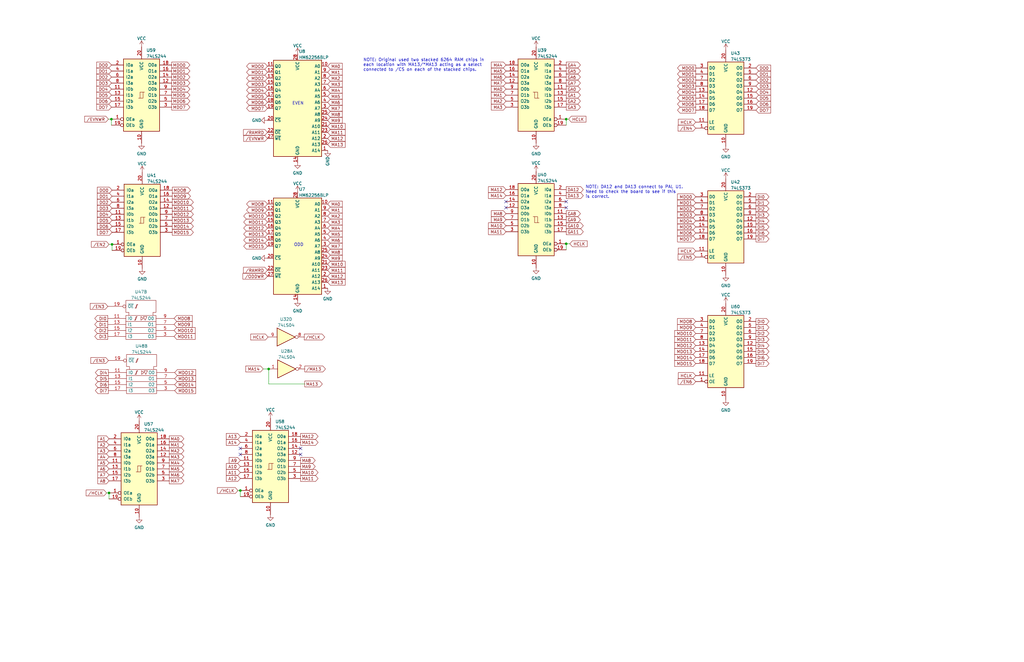
<source format=kicad_sch>
(kicad_sch (version 20211123) (generator eeschema)
  (paper "B")
  (title_block (title "Lomas Color Magic Redux") (date "2024-02-15") (rev "1.1-001") (company "Lomas Data Produtcs") (comment 1 "Redraw/modifications (c) Richard A. Cini") (comment 2 "Schematic page 1A"))
  (lib_symbols
    (symbol "74xx:74LS04"
      (property "Reference" "U" (at 0 1.27 0))
      (property "Value" "74LS04" (at 0 -1.27 0))
      (symbol "74LS04_1_0"
        (polyline (pts (xy -3.81 3.81) (xy -3.81 -3.81) (xy 3.81 0) (xy -3.81 3.81)) (stroke (width 0.254)) (fill (type background)))
        (pin input line (at -7.62 0 0) (length 3.81) (name "~") (number "1"))
        (pin output inverted (at 7.62 0 180) (length 3.81) (name "~") (number "2"))
      )
      (symbol "74LS04_2_0"
        (polyline (pts (xy -3.81 3.81) (xy -3.81 -3.81) (xy 3.81 0) (xy -3.81 3.81)) (stroke (width 0.254)) (fill (type background)))
        (pin input line (at -7.62 0 0) (length 3.81) (name "~") (number "3"))
        (pin output inverted (at 7.62 0 180) (length 3.81) (name "~") (number "4"))
      )
      (symbol "74LS04_3_0"
        (polyline (pts (xy -3.81 3.81) (xy -3.81 -3.81) (xy 3.81 0) (xy -3.81 3.81)) (stroke (width 0.254)) (fill (type background)))
        (pin input line (at -7.62 0 0) (length 3.81) (name "~") (number "5"))
        (pin output inverted (at 7.62 0 180) (length 3.81) (name "~") (number "6"))
      )
      (symbol "74LS04_4_0"
        (polyline (pts (xy -3.81 3.81) (xy -3.81 -3.81) (xy 3.81 0) (xy -3.81 3.81)) (stroke (width 0.254)) (fill (type background)))
        (pin output inverted (at 7.62 0 180) (length 3.81) (name "~") (number "8"))
        (pin input line (at -7.62 0 0) (length 3.81) (name "~") (number "9"))
      )
      (symbol "74LS04_5_0"
        (polyline (pts (xy -3.81 3.81) (xy -3.81 -3.81) (xy 3.81 0) (xy -3.81 3.81)) (stroke (width 0.254)) (fill (type background)))
        (pin output inverted (at 7.62 0 180) (length 3.81) (name "~") (number "10"))
        (pin input line (at -7.62 0 0) (length 3.81) (name "~") (number "11"))
      )
      (symbol "74LS04_6_0"
        (polyline (pts (xy -3.81 3.81) (xy -3.81 -3.81) (xy 3.81 0) (xy -3.81 3.81)) (stroke (width 0.254)) (fill (type background)))
        (pin output inverted (at 7.62 0 180) (length 3.81) (name "~") (number "12"))
        (pin input line (at -7.62 0 0) (length 3.81) (name "~") (number "13"))
      )
      (symbol "74LS04_7_0"
        (pin power_in line (at 0 12.7 270) (length 5.08) (name "VCC") (number "14"))
        (pin power_in line (at 0 -12.7 90) (length 5.08) (name "GND") (number "7"))
      )
      (symbol "74LS04_7_1"
        (rectangle (start -5.08 7.62) (end 5.08 -7.62) (stroke (width 0.254)) (fill (type background)))
      )
    )
    (symbol "74xx:74LS244" (pin_names (offset 1.016))
      (property "Reference" "U" (at -7.62 16.51 0))
      (property "Value" "74LS244" (at -7.62 -16.51 0))
      (symbol "74LS244_1_0"
        (polyline (pts (xy -0.635 -1.27) (xy -0.635 1.27) (xy 0.635 1.27)))
        (polyline (pts (xy -1.27 -1.27) (xy 0.635 -1.27) (xy 0.635 1.27) (xy 1.27 1.27)))
        (pin input inverted (at -12.7 -10.16 0) (length 5.08) (name "OEa") (number "1"))
        (pin power_in line (at 0 -20.32 90) (length 5.08) (name "GND") (number "10"))
        (pin input line (at -12.7 2.54 0) (length 5.08) (name "I0b") (number "11"))
        (pin tri_state line (at 12.7 5.08 180) (length 5.08) (name "O3a") (number "12"))
        (pin input line (at -12.7 0 0) (length 5.08) (name "I1b") (number "13"))
        (pin tri_state line (at 12.7 7.62 180) (length 5.08) (name "O2a") (number "14"))
        (pin input line (at -12.7 -2.54 0) (length 5.08) (name "I2b") (number "15"))
        (pin tri_state line (at 12.7 10.16 180) (length 5.08) (name "O1a") (number "16"))
        (pin input line (at -12.7 -5.08 0) (length 5.08) (name "I3b") (number "17"))
        (pin tri_state line (at 12.7 12.7 180) (length 5.08) (name "O0a") (number "18"))
        (pin input inverted (at -12.7 -12.7 0) (length 5.08) (name "OEb") (number "19"))
        (pin input line (at -12.7 12.7 0) (length 5.08) (name "I0a") (number "2"))
        (pin power_in line (at 0 20.32 270) (length 5.08) (name "VCC") (number "20"))
        (pin tri_state line (at 12.7 -5.08 180) (length 5.08) (name "O3b") (number "3"))
        (pin input line (at -12.7 10.16 0) (length 5.08) (name "I1a") (number "4"))
        (pin tri_state line (at 12.7 -2.54 180) (length 5.08) (name "O2b") (number "5"))
        (pin input line (at -12.7 7.62 0) (length 5.08) (name "I2a") (number "6"))
        (pin tri_state line (at 12.7 0 180) (length 5.08) (name "O1b") (number "7"))
        (pin input line (at -12.7 5.08 0) (length 5.08) (name "I3a") (number "8"))
        (pin tri_state line (at 12.7 2.54 180) (length 5.08) (name "O0b") (number "9"))
      )
      (symbol "74LS244_1_1"
        (rectangle (start -7.62 15.24) (end 7.62 -15.24) (stroke (width 0.254)) (fill (type background)))
      )
    )
    (symbol "74xx:74LS373"
      (property "Reference" "U" (at -7.62 16.51 0))
      (property "Value" "74LS373" (at -7.62 -16.51 0))
      (symbol "74LS373_1_0"
        (pin input inverted (at -12.7 -12.7 0) (length 5.08) (name "OE") (number "1"))
        (pin power_in line (at 0 -20.32 90) (length 5.08) (name "GND") (number "10"))
        (pin input line (at -12.7 -10.16 0) (length 5.08) (name "LE") (number "11"))
        (pin tri_state line (at 12.7 2.54 180) (length 5.08) (name "O4") (number "12"))
        (pin input line (at -12.7 2.54 0) (length 5.08) (name "D4") (number "13"))
        (pin input line (at -12.7 0 0) (length 5.08) (name "D5") (number "14"))
        (pin tri_state line (at 12.7 0 180) (length 5.08) (name "O5") (number "15"))
        (pin tri_state line (at 12.7 -2.54 180) (length 5.08) (name "O6") (number "16"))
        (pin input line (at -12.7 -2.54 0) (length 5.08) (name "D6") (number "17"))
        (pin input line (at -12.7 -5.08 0) (length 5.08) (name "D7") (number "18"))
        (pin tri_state line (at 12.7 -5.08 180) (length 5.08) (name "O7") (number "19"))
        (pin tri_state line (at 12.7 12.7 180) (length 5.08) (name "O0") (number "2"))
        (pin power_in line (at 0 20.32 270) (length 5.08) (name "VCC") (number "20"))
        (pin input line (at -12.7 12.7 0) (length 5.08) (name "D0") (number "3"))
        (pin input line (at -12.7 10.16 0) (length 5.08) (name "D1") (number "4"))
        (pin tri_state line (at 12.7 10.16 180) (length 5.08) (name "O1") (number "5"))
        (pin tri_state line (at 12.7 7.62 180) (length 5.08) (name "O2") (number "6"))
        (pin input line (at -12.7 7.62 0) (length 5.08) (name "D2") (number "7"))
        (pin input line (at -12.7 5.08 0) (length 5.08) (name "D3") (number "8"))
        (pin tri_state line (at 12.7 5.08 180) (length 5.08) (name "O3") (number "9"))
      )
      (symbol "74LS373_1_1"
        (rectangle (start -7.62 15.24) (end 7.62 -15.24) (stroke (width 0.254)) (fill (type background)))
      )
    )
    (symbol "74xx_IEEE:74LS244" (pin_names (offset 0.762))
      (property "Reference" "U" (at 8.89 10.16 0))
      (property "Value" "74LS244" (at 6.35 -7.62 0))
      (symbol "74LS244_0_0"
        (polyline (pts (xy 1.016 3.302) (xy 2.54 3.302) (xy 1.778 1.778) (xy 1.016 3.302) (xy 1.016 3.302)))
        (pin power_in line (at 1.27 10.16 270) (length 0) hide (name "GND") (number "10"))
        (pin power_in line (at 5.08 10.16 270) (length 0) hide (name "VCC") (number "20"))
      )
      (symbol "74LS244_0_1"
        (rectangle (start -6.35 3.81) (end 6.35 -6.35))
        (polyline (pts (xy -6.35 -1.27) (xy 6.35 -1.27) (xy 6.35 -1.27)))
        (polyline (pts (xy 6.35 -3.81) (xy -6.35 -3.81) (xy -6.35 -3.81)))
        (polyline (pts (xy 6.35 1.27) (xy -6.35 1.27) (xy -6.35 1.27)))
        (polyline (pts (xy 0 3.302) (xy 0 1.778) (xy 1.016 2.54) (xy 0 3.302) (xy 0 3.302)))
        (polyline (pts (xy -2.794 1.778) (xy -2.286 1.778) (xy -1.778 3.302) (xy -1.524 3.302) (xy -2.032 3.302) (xy -2.54 1.778) (xy -2.54 1.778)))
        (polyline (pts (xy -2.54 6.858) (xy -2.032 6.858) (xy -1.524 8.382) (xy -1.27 8.382) (xy -1.778 8.382) (xy -2.286 6.858) (xy -2.286 6.858)))
        (polyline (pts (xy -5.08 3.81) (xy -5.08 5.08) (xy -6.35 5.08) (xy -6.35 10.16) (xy 6.35 10.16) (xy 6.35 5.08) (xy 5.08 5.08) (xy 5.08 3.81) (xy 5.08 3.81)))
      )
      (symbol "74LS244_1_1"
        (pin input inverted (at -13.97 7.62 0) (length 7.62) (name "~{OE}") (number "1"))
        (pin tri_state line (at 13.97 -5.08 180) (length 7.62) (name "O3") (number "12"))
        (pin tri_state line (at 13.97 -2.54 180) (length 7.62) (name "O2") (number "14"))
        (pin tri_state line (at 13.97 0 180) (length 7.62) (name "O1") (number "16"))
        (pin tri_state line (at 13.97 2.54 180) (length 7.62) (name "O0") (number "18"))
        (pin input line (at -13.97 2.54 0) (length 7.62) (name "I0") (number "2"))
        (pin input line (at -13.97 0 0) (length 7.62) (name "I1") (number "4"))
        (pin input line (at -13.97 -2.54 0) (length 7.62) (name "I2") (number "6"))
        (pin input line (at -13.97 -5.08 0) (length 7.62) (name "I3") (number "8"))
      )
      (symbol "74LS244_2_1"
        (pin input line (at -13.97 2.54 0) (length 7.62) (name "I0") (number "11"))
        (pin input line (at -13.97 0 0) (length 7.62) (name "I1") (number "13"))
        (pin input line (at -13.97 -2.54 0) (length 7.62) (name "I2") (number "15"))
        (pin input line (at -13.97 -5.08 0) (length 7.62) (name "I3") (number "17"))
        (pin input inverted (at -13.97 7.62 0) (length 7.62) (name "~{OE}") (number "19"))
        (pin tri_state line (at 13.97 -5.08 180) (length 7.62) (name "O3") (number "3"))
        (pin tri_state line (at 13.97 -2.54 180) (length 7.62) (name "O2") (number "5"))
        (pin tri_state line (at 13.97 0 180) (length 7.62) (name "O1") (number "7"))
        (pin tri_state line (at 13.97 2.54 180) (length 7.62) (name "O0") (number "9"))
      )
    )
    (symbol "Memory_RAM:HM62256BLP"
      (property "Reference" "U" (at -10.16 20.955 0))
      (property "Value" "HM62256BLP" (at 2.54 20.955 0))
      (symbol "HM62256BLP_0_0"
        (pin power_in line (at 0 -22.86 90) (length 2.54) (name "GND") (number "14"))
        (pin power_in line (at 0 22.86 270) (length 2.54) (name "VCC") (number "28"))
      )
      (symbol "HM62256BLP_0_1"
        (rectangle (start -10.16 20.32) (end 10.16 -20.32) (stroke (width 0.254)) (fill (type background)))
      )
      (symbol "HM62256BLP_1_1"
        (pin input line (at -12.7 -17.78 0) (length 2.54) (name "A14") (number "1"))
        (pin input line (at -12.7 17.78 0) (length 2.54) (name "A0") (number "10"))
        (pin tri_state line (at 12.7 17.78 180) (length 2.54) (name "Q0") (number "11"))
        (pin tri_state line (at 12.7 15.24 180) (length 2.54) (name "Q1") (number "12"))
        (pin tri_state line (at 12.7 12.7 180) (length 2.54) (name "Q2") (number "13"))
        (pin tri_state line (at 12.7 10.16 180) (length 2.54) (name "Q3") (number "15"))
        (pin tri_state line (at 12.7 7.62 180) (length 2.54) (name "Q4") (number "16"))
        (pin tri_state line (at 12.7 5.08 180) (length 2.54) (name "Q5") (number "17"))
        (pin tri_state line (at 12.7 2.54 180) (length 2.54) (name "Q6") (number "18"))
        (pin tri_state line (at 12.7 0 180) (length 2.54) (name "Q7") (number "19"))
        (pin input line (at -12.7 -12.7 0) (length 2.54) (name "A12") (number "2"))
        (pin input line (at 12.7 -5.08 180) (length 2.54) (name "~{CS}") (number "20"))
        (pin input line (at -12.7 -7.62 0) (length 2.54) (name "A10") (number "21"))
        (pin input line (at 12.7 -10.16 180) (length 2.54) (name "~{OE}") (number "22"))
        (pin input line (at -12.7 -10.16 0) (length 2.54) (name "A11") (number "23"))
        (pin input line (at -12.7 -5.08 0) (length 2.54) (name "A9") (number "24"))
        (pin input line (at -12.7 -2.54 0) (length 2.54) (name "A8") (number "25"))
        (pin input line (at -12.7 -15.24 0) (length 2.54) (name "A13") (number "26"))
        (pin input line (at 12.7 -12.7 180) (length 2.54) (name "~{WE}") (number "27"))
        (pin input line (at -12.7 0 0) (length 2.54) (name "A7") (number "3"))
        (pin input line (at -12.7 2.54 0) (length 2.54) (name "A6") (number "4"))
        (pin input line (at -12.7 5.08 0) (length 2.54) (name "A5") (number "5"))
        (pin input line (at -12.7 7.62 0) (length 2.54) (name "A4") (number "6"))
        (pin input line (at -12.7 10.16 0) (length 2.54) (name "A3") (number "7"))
        (pin input line (at -12.7 12.7 0) (length 2.54) (name "A2") (number "8"))
        (pin input line (at -12.7 15.24 0) (length 2.54) (name "A1") (number "9"))
      )
    )
    (symbol "power:GND" (power) (pin_names (offset 0))
      (property "Value" "GND" (at 0 -3.81 0))
      (symbol "GND_0_1"
        (polyline (pts (xy 0 0) (xy 0 -1.27) (xy 1.27 -1.27) (xy 0 -2.54) (xy -1.27 -1.27) (xy 0 -1.27)))
      )
      (symbol "GND_1_1"
        (pin power_in line (at 0 0 270) (length 0) hide (name "GND") (number "1"))
      )
    )
    (symbol "power:VCC" (power) (pin_names (offset 0))
      (property "Value" "VCC" (at 0 3.81 0))
      (symbol "VCC_0_1"
        (polyline (pts (xy -0.762 1.27) (xy 0 2.54)))
        (polyline (pts (xy 0 0) (xy 0 2.54)))
        (polyline (pts (xy 0 2.54) (xy 0.762 1.27)))
      )
      (symbol "VCC_1_1"
        (pin power_in line (at 0 0 90) (length 0) hide (name "VCC") (number "1"))
      )
    )
  )
  (junction (at 238.76 50.292))
  (junction (at 46.99 50.292))
  (junction (at 45.974 208.026))
  (junction (at 113.284 155.702))
  (junction (at 238.76 102.87))
  (junction (at 101.346 207.01))
  (junction (at 47.244 103.124))
  (no_connect (at 213.36 87.63))
  (no_connect (at 238.76 87.63))
  (no_connect (at 238.76 85.09))
  (no_connect (at 101.346 189.23))
  (no_connect (at 213.36 85.09))
  (no_connect (at 126.746 189.23))
  (no_connect (at 101.346 191.77))
  (no_connect (at 126.746 191.77))
  (wire (pts (xy 238.76 50.292) (xy 238.76 52.832)))
  (wire (pts (xy 238.76 102.87) (xy 238.76 105.41)))
  (wire (pts (xy 44.958 208.026) (xy 45.974 208.026)))
  (wire (pts (xy 238.76 50.292) (xy 239.776 50.292)))
  (wire (pts (xy 45.72 50.292) (xy 46.99 50.292)))
  (wire (pts (xy 238.76 102.87) (xy 240.284 102.87)))
  (wire (pts (xy 113.284 155.702) (xy 113.284 162.052)))
  (wire (pts (xy 46.99 50.292) (xy 46.99 52.832)))
  (wire (pts (xy 128.524 162.052) (xy 113.284 162.052)))
  (wire (pts (xy 45.974 103.124) (xy 47.244 103.124)))
  (wire (pts (xy 100.33 207.01) (xy 101.346 207.01)))
  (wire (pts (xy 47.244 103.124) (xy 47.244 105.664)))
  (wire (pts (xy 45.974 208.026) (xy 45.974 210.566)))
  (wire (pts (xy 101.346 207.01) (xy 101.346 209.55)))
  (wire (pts (xy 110.998 155.702) (xy 113.284 155.702)))
  (text "NOTE: DA12 and DA13 connect to PAL U1.\nNeed to check the board to see if this\nis correct." (at 246.888 83.82 0) (effects (font (size 1.27 1.27)) (justify left bottom)))
  (text "NOTE: Original used two stacked 6264 RAM chips in\neach location with MA13/*MA13 acting as a select \nconnected to /CS on each of the stacked chips." (at 153.162 30.226 0) (effects (font (size 1.27 1.27)) (justify left bottom)))
  (text "ODD" (at 123.952 104.14 0) (effects (font (size 1.27 1.27)) (justify left bottom)))
  (text "EVEN" (at 123.19 44.45 0) (effects (font (size 1.27 1.27)) (justify left bottom)))
  (global_label "MDO15" (shape bidirectional) (at 112.776 103.886 180) (property "Intersheet References" "${INTERSHEET_REFS}" (effects hide)))
  (global_label "DO7" (shape input) (at 318.77 46.482 0) (property "Intersheet References" "${INTERSHEET_REFS}" (effects hide)))
  (global_label "MDO0" (shape output) (at 293.37 28.702 180) (property "Intersheet References" "${INTERSHEET_REFS}" (effects hide)))
  (global_label "A3" (shape input) (at 45.974 190.246 180) (property "Intersheet References" "${INTERSHEET_REFS}" (effects hide)))
  (global_label "MDO15" (shape input) (at 73.66 164.846 0) (property "Intersheet References" "${INTERSHEET_REFS}" (effects hide)))
  (global_label "DO2" (shape input) (at 47.244 85.344 180) (property "Intersheet References" "${INTERSHEET_REFS}" (effects hide)))
  (global_label "DO2" (shape input) (at 318.77 33.782 0) (property "Intersheet References" "${INTERSHEET_REFS}" (effects hide)))
  (global_label "MDO15" (shape output) (at 72.644 98.044 0) (property "Intersheet References" "${INTERSHEET_REFS}" (effects hide)))
  (global_label "MDO3" (shape input) (at 293.37 90.678 180) (property "Intersheet References" "${INTERSHEET_REFS}" (effects hide)))
  (global_label "GA2" (shape output) (at 238.76 42.672 0) (property "Intersheet References" "${INTERSHEET_REFS}" (effects hide)))
  (global_label "MA1" (shape input) (at 138.176 30.48 0) (property "Intersheet References" "${INTERSHEET_REFS}" (effects hide)))
  (global_label "DI0" (shape output) (at 318.77 135.636 0) (property "Intersheet References" "${INTERSHEET_REFS}" (effects hide)))
  (global_label "MA8" (shape input) (at 138.176 106.426 0) (property "Intersheet References" "${INTERSHEET_REFS}" (effects hide)))
  (global_label "MA10" (shape input) (at 138.176 53.34 0) (property "Intersheet References" "${INTERSHEET_REFS}" (effects hide)))
  (global_label "DI1" (shape output) (at 318.77 85.598 0) (property "Intersheet References" "${INTERSHEET_REFS}" (effects hide)))
  (global_label "DI0" (shape output) (at 45.466 134.366 180) (property "Intersheet References" "${INTERSHEET_REFS}" (effects hide)))
  (global_label "MA3" (shape output) (at 71.374 192.786 0) (property "Intersheet References" "${INTERSHEET_REFS}" (effects hide)))
  (global_label "DO5" (shape input) (at 318.77 41.402 0) (property "Intersheet References" "${INTERSHEET_REFS}" (effects hide)))
  (global_label "MDO9" (shape output) (at 72.644 82.804 0) (property "Intersheet References" "${INTERSHEET_REFS}" (effects hide)))
  (global_label "MA3" (shape input) (at 138.176 35.56 0) (property "Intersheet References" "${INTERSHEET_REFS}" (effects hide)))
  (global_label "DO4" (shape input) (at 318.77 38.862 0) (property "Intersheet References" "${INTERSHEET_REFS}" (effects hide)))
  (global_label "MA8" (shape input) (at 213.36 90.17 180) (property "Intersheet References" "${INTERSHEET_REFS}" (effects hide)))
  (global_label "DO0" (shape input) (at 318.77 28.702 0) (property "Intersheet References" "${INTERSHEET_REFS}" (effects hide)))
  (global_label "MA9" (shape input) (at 213.36 92.71 180) (property "Intersheet References" "${INTERSHEET_REFS}" (effects hide)))
  (global_label "DI5" (shape output) (at 318.77 95.758 0) (property "Intersheet References" "${INTERSHEET_REFS}" (effects hide)))
  (global_label "{slash}EN5" (shape input) (at 293.37 108.458 180) (property "Intersheet References" "${INTERSHEET_REFS}" (effects hide)))
  (global_label "MA9" (shape input) (at 138.176 108.966 0) (property "Intersheet References" "${INTERSHEET_REFS}" (effects hide)))
  (global_label "MDO7" (shape output) (at 72.39 45.212 0) (property "Intersheet References" "${INTERSHEET_REFS}" (effects hide)))
  (global_label "MA9" (shape input) (at 138.176 50.8 0) (property "Intersheet References" "${INTERSHEET_REFS}" (effects hide)))
  (global_label "MA1" (shape input) (at 213.36 40.132 180) (property "Intersheet References" "${INTERSHEET_REFS}" (effects hide)))
  (global_label "DI7" (shape output) (at 318.77 100.838 0) (property "Intersheet References" "${INTERSHEET_REFS}" (effects hide)))
  (global_label "DO0" (shape input) (at 47.244 80.264 180) (property "Intersheet References" "${INTERSHEET_REFS}" (effects hide)))
  (global_label "MDO14" (shape output) (at 72.644 95.504 0) (property "Intersheet References" "${INTERSHEET_REFS}" (effects hide)))
  (global_label "MA3" (shape input) (at 138.176 93.726 0) (property "Intersheet References" "${INTERSHEET_REFS}" (effects hide)))
  (global_label "MDO4" (shape bidirectional) (at 112.776 38.1 180) (property "Intersheet References" "${INTERSHEET_REFS}" (effects hide)))
  (global_label "MDO14" (shape bidirectional) (at 112.776 101.346 180) (property "Intersheet References" "${INTERSHEET_REFS}" (effects hide)))
  (global_label "GA11" (shape output) (at 238.76 97.79 0) (property "Intersheet References" "${INTERSHEET_REFS}" (effects hide)))
  (global_label "DO5" (shape input) (at 47.244 92.964 180) (property "Intersheet References" "${INTERSHEET_REFS}" (effects hide)))
  (global_label "{slash}EVNWR" (shape input) (at 45.72 50.292 180) (property "Intersheet References" "${INTERSHEET_REFS}" (effects hide)))
  (global_label "GA8" (shape output) (at 238.76 90.17 0) (property "Intersheet References" "${INTERSHEET_REFS}" (effects hide)))
  (global_label "MDO12" (shape input) (at 293.37 145.796 180) (property "Intersheet References" "${INTERSHEET_REFS}" (effects hide)))
  (global_label "DI1" (shape output) (at 45.466 136.906 180) (property "Intersheet References" "${INTERSHEET_REFS}" (effects hide)))
  (global_label "MDO8" (shape bidirectional) (at 112.776 86.106 180) (property "Intersheet References" "${INTERSHEET_REFS}" (effects hide)))
  (global_label "DI1" (shape output) (at 318.77 138.176 0) (property "Intersheet References" "${INTERSHEET_REFS}" (effects hide)))
  (global_label "DI0" (shape output) (at 318.77 83.058 0) (property "Intersheet References" "${INTERSHEET_REFS}" (effects hide)))
  (global_label "MA0" (shape output) (at 71.374 185.166 0) (property "Intersheet References" "${INTERSHEET_REFS}" (effects hide)))
  (global_label "MDO5" (shape bidirectional) (at 112.776 40.64 180) (property "Intersheet References" "${INTERSHEET_REFS}" (effects hide)))
  (global_label "MDO14" (shape input) (at 293.37 150.876 180) (property "Intersheet References" "${INTERSHEET_REFS}" (effects hide)))
  (global_label "MA14" (shape input) (at 213.36 82.55 180) (property "Intersheet References" "${INTERSHEET_REFS}" (effects hide)))
  (global_label "DO7" (shape input) (at 46.99 45.212 180) (property "Intersheet References" "${INTERSHEET_REFS}" (effects hide)))
  (global_label "{slash}HCLK" (shape output) (at 128.27 142.24 0) (property "Intersheet References" "${INTERSHEET_REFS}" (effects hide)))
  (global_label "MA2" (shape output) (at 71.374 190.246 0) (property "Intersheet References" "${INTERSHEET_REFS}" (effects hide)))
  (global_label "MA4" (shape input) (at 138.176 96.266 0) (property "Intersheet References" "${INTERSHEET_REFS}" (effects hide)))
  (global_label "MA2" (shape input) (at 213.36 42.672 180) (property "Intersheet References" "${INTERSHEET_REFS}" (effects hide)))
  (global_label "GA1" (shape output) (at 238.76 40.132 0) (property "Intersheet References" "${INTERSHEET_REFS}" (effects hide)))
  (global_label "A5" (shape input) (at 45.974 195.326 180) (property "Intersheet References" "${INTERSHEET_REFS}" (effects hide)))
  (global_label "MDO8" (shape input) (at 73.406 134.366 0) (property "Intersheet References" "${INTERSHEET_REFS}" (effects hide)))
  (global_label "MA7" (shape input) (at 138.176 103.886 0) (property "Intersheet References" "${INTERSHEET_REFS}" (effects hide)))
  (global_label "DI5" (shape output) (at 45.72 159.766 180) (property "Intersheet References" "${INTERSHEET_REFS}" (effects hide)))
  (global_label "MDO11" (shape bidirectional) (at 112.776 93.726 180) (property "Intersheet References" "${INTERSHEET_REFS}" (effects hide)))
  (global_label "MDO12" (shape bidirectional) (at 112.776 96.266 180) (property "Intersheet References" "${INTERSHEET_REFS}" (effects hide)))
  (global_label "HCLK" (shape input) (at 113.03 142.24 180) (property "Intersheet References" "${INTERSHEET_REFS}" (effects hide)))
  (global_label "MA2" (shape input) (at 138.176 91.186 0) (property "Intersheet References" "${INTERSHEET_REFS}" (effects hide)))
  (global_label "MDO2" (shape output) (at 72.39 32.512 0) (property "Intersheet References" "${INTERSHEET_REFS}" (effects hide)))
  (global_label "{slash}HCLK" (shape input) (at 44.958 208.026 180) (property "Intersheet References" "${INTERSHEET_REFS}" (effects hide)))
  (global_label "GA5" (shape output) (at 238.76 29.972 0) (property "Intersheet References" "${INTERSHEET_REFS}" (effects hide)))
  (global_label "MA0" (shape input) (at 138.176 86.106 0) (property "Intersheet References" "${INTERSHEET_REFS}" (effects hide)))
  (global_label "DI7" (shape output) (at 318.77 153.416 0) (property "Intersheet References" "${INTERSHEET_REFS}" (effects hide)))
  (global_label "MA7" (shape input) (at 138.176 45.72 0) (property "Intersheet References" "${INTERSHEET_REFS}" (effects hide)))
  (global_label "DI4" (shape output) (at 318.77 93.218 0) (property "Intersheet References" "${INTERSHEET_REFS}" (effects hide)))
  (global_label "MA7" (shape input) (at 213.36 35.052 180) (property "Intersheet References" "${INTERSHEET_REFS}" (effects hide)))
  (global_label "MA10" (shape input) (at 138.176 111.506 0) (property "Intersheet References" "${INTERSHEET_REFS}" (effects hide)))
  (global_label "MA10" (shape output) (at 126.746 199.39 0) (property "Intersheet References" "${INTERSHEET_REFS}" (effects hide)))
  (global_label "A8" (shape input) (at 45.974 202.946 180) (property "Intersheet References" "${INTERSHEET_REFS}" (effects hide)))
  (global_label "MDO4" (shape output) (at 293.37 38.862 180) (property "Intersheet References" "${INTERSHEET_REFS}" (effects hide)))
  (global_label "DO4" (shape input) (at 47.244 90.424 180) (property "Intersheet References" "${INTERSHEET_REFS}" (effects hide)))
  (global_label "A2" (shape input) (at 45.974 187.706 180) (property "Intersheet References" "${INTERSHEET_REFS}" (effects hide)))
  (global_label "MDO8" (shape output) (at 72.644 80.264 0) (property "Intersheet References" "${INTERSHEET_REFS}" (effects hide)))
  (global_label "DO6" (shape input) (at 46.99 42.672 180) (property "Intersheet References" "${INTERSHEET_REFS}" (effects hide)))
  (global_label "{slash}EN3" (shape input) (at 45.72 152.146 180) (property "Intersheet References" "${INTERSHEET_REFS}" (effects hide)))
  (global_label "MDO15" (shape input) (at 293.37 153.416 180) (property "Intersheet References" "${INTERSHEET_REFS}" (effects hide)))
  (global_label "MA13" (shape input) (at 138.176 60.96 0) (property "Intersheet References" "${INTERSHEET_REFS}" (effects hide)))
  (global_label "MA13" (shape output) (at 128.524 162.052 0) (property "Intersheet References" "${INTERSHEET_REFS}" (effects hide)))
  (global_label "GA10" (shape output) (at 238.76 95.25 0) (property "Intersheet References" "${INTERSHEET_REFS}" (effects hide)))
  (global_label "{slash}RAMRD" (shape input) (at 112.776 55.88 180) (property "Intersheet References" "${INTERSHEET_REFS}" (effects hide)))
  (global_label "DA13" (shape output) (at 238.76 82.55 0) (property "Intersheet References" "${INTERSHEET_REFS}" (effects hide)))
  (global_label "MA6" (shape input) (at 138.176 43.18 0) (property "Intersheet References" "${INTERSHEET_REFS}" (effects hide)))
  (global_label "MDO3" (shape output) (at 72.39 35.052 0) (property "Intersheet References" "${INTERSHEET_REFS}" (effects hide)))
  (global_label "MA4" (shape output) (at 71.374 195.326 0) (property "Intersheet References" "${INTERSHEET_REFS}" (effects hide)))
  (global_label "DI2" (shape output) (at 318.77 140.716 0) (property "Intersheet References" "${INTERSHEET_REFS}" (effects hide)))
  (global_label "MDO0" (shape output) (at 72.39 27.432 0) (property "Intersheet References" "${INTERSHEET_REFS}" (effects hide)))
  (global_label "MA4" (shape input) (at 138.176 38.1 0) (property "Intersheet References" "${INTERSHEET_REFS}" (effects hide)))
  (global_label "MDO12" (shape output) (at 72.644 90.424 0) (property "Intersheet References" "${INTERSHEET_REFS}" (effects hide)))
  (global_label "MDO10" (shape bidirectional) (at 112.776 91.186 180) (property "Intersheet References" "${INTERSHEET_REFS}" (effects hide)))
  (global_label "MDO3" (shape output) (at 293.37 36.322 180) (property "Intersheet References" "${INTERSHEET_REFS}" (effects hide)))
  (global_label "MDO9" (shape bidirectional) (at 112.776 88.646 180) (property "Intersheet References" "${INTERSHEET_REFS}" (effects hide)))
  (global_label "A13" (shape input) (at 101.346 184.15 180) (property "Intersheet References" "${INTERSHEET_REFS}" (effects hide)))
  (global_label "MA11" (shape input) (at 213.36 97.79 180) (property "Intersheet References" "${INTERSHEET_REFS}" (effects hide)))
  (global_label "{slash}EN6" (shape input) (at 293.37 161.036 180) (property "Intersheet References" "${INTERSHEET_REFS}" (effects hide)))
  (global_label "MDO3" (shape bidirectional) (at 112.776 35.56 180) (property "Intersheet References" "${INTERSHEET_REFS}" (effects hide)))
  (global_label "DI6" (shape output) (at 45.72 162.306 180) (property "Intersheet References" "${INTERSHEET_REFS}" (effects hide)))
  (global_label "MA6" (shape input) (at 138.176 101.346 0) (property "Intersheet References" "${INTERSHEET_REFS}" (effects hide)))
  (global_label "HCLK" (shape input) (at 293.37 51.562 180) (property "Intersheet References" "${INTERSHEET_REFS}" (effects hide)))
  (global_label "MA11" (shape input) (at 138.176 55.88 0) (property "Intersheet References" "${INTERSHEET_REFS}" (effects hide)))
  (global_label "MDO9" (shape input) (at 293.37 138.176 180) (property "Intersheet References" "${INTERSHEET_REFS}" (effects hide)))
  (global_label "MA3" (shape input) (at 213.36 45.212 180) (property "Intersheet References" "${INTERSHEET_REFS}" (effects hide)))
  (global_label "{slash}RAMRD" (shape input) (at 112.776 114.046 180) (property "Intersheet References" "${INTERSHEET_REFS}" (effects hide)))
  (global_label "GA4" (shape output) (at 238.76 27.432 0) (property "Intersheet References" "${INTERSHEET_REFS}" (effects hide)))
  (global_label "HCLK" (shape input) (at 240.284 102.87 0) (property "Intersheet References" "${INTERSHEET_REFS}" (effects hide)))
  (global_label "MDO12" (shape input) (at 73.66 157.226 0) (property "Intersheet References" "${INTERSHEET_REFS}" (effects hide)))
  (global_label "DI2" (shape output) (at 318.77 88.138 0) (property "Intersheet References" "${INTERSHEET_REFS}" (effects hide)))
  (global_label "MA14" (shape input) (at 110.998 155.702 180) (property "Intersheet References" "${INTERSHEET_REFS}" (effects hide)))
  (global_label "DO1" (shape input) (at 46.99 29.972 180) (property "Intersheet References" "${INTERSHEET_REFS}" (effects hide)))
  (global_label "MDO6" (shape bidirectional) (at 112.776 43.18 180) (property "Intersheet References" "${INTERSHEET_REFS}" (effects hide)))
  (global_label "DO1" (shape input) (at 47.244 82.804 180) (property "Intersheet References" "${INTERSHEET_REFS}" (effects hide)))
  (global_label "A12" (shape input) (at 101.346 201.93 180) (property "Intersheet References" "${INTERSHEET_REFS}" (effects hide)))
  (global_label "A6" (shape input) (at 45.974 197.866 180) (property "Intersheet References" "${INTERSHEET_REFS}" (effects hide)))
  (global_label "MDO2" (shape bidirectional) (at 112.776 33.02 180) (property "Intersheet References" "${INTERSHEET_REFS}" (effects hide)))
  (global_label "DI6" (shape output) (at 318.77 150.876 0) (property "Intersheet References" "${INTERSHEET_REFS}" (effects hide)))
  (global_label "DI3" (shape output) (at 318.77 143.256 0) (property "Intersheet References" "${INTERSHEET_REFS}" (effects hide)))
  (global_label "DI7" (shape output) (at 45.72 164.846 180) (property "Intersheet References" "${INTERSHEET_REFS}" (effects hide)))
  (global_label "{slash}EN2" (shape input) (at 45.974 103.124 180) (property "Intersheet References" "${INTERSHEET_REFS}" (effects hide)))
  (global_label "MDO8" (shape input) (at 293.37 135.636 180) (property "Intersheet References" "${INTERSHEET_REFS}" (effects hide)))
  (global_label "DI6" (shape output) (at 318.77 98.298 0) (property "Intersheet References" "${INTERSHEET_REFS}" (effects hide)))
  (global_label "A10" (shape input) (at 101.346 196.85 180) (property "Intersheet References" "${INTERSHEET_REFS}" (effects hide)))
  (global_label "{slash}EVNWR" (shape input) (at 112.776 58.42 180) (property "Intersheet References" "${INTERSHEET_REFS}" (effects hide)))
  (global_label "MDO1" (shape bidirectional) (at 112.776 30.48 180) (property "Intersheet References" "${INTERSHEET_REFS}" (effects hide)))
  (global_label "MDO11" (shape input) (at 73.406 141.986 0) (property "Intersheet References" "${INTERSHEET_REFS}" (effects hide)))
  (global_label "HCLK" (shape input) (at 239.776 50.292 0) (property "Intersheet References" "${INTERSHEET_REFS}" (effects hide)))
  (global_label "MDO6" (shape output) (at 293.37 43.942 180) (property "Intersheet References" "${INTERSHEET_REFS}" (effects hide)))
  (global_label "{slash}EN3" (shape input) (at 45.466 129.286 180) (property "Intersheet References" "${INTERSHEET_REFS}" (effects hide)))
  (global_label "MDO2" (shape output) (at 293.37 33.782 180) (property "Intersheet References" "${INTERSHEET_REFS}" (effects hide)))
  (global_label "A1" (shape input) (at 45.974 185.166 180) (property "Intersheet References" "${INTERSHEET_REFS}" (effects hide)))
  (global_label "HCLK" (shape input) (at 293.37 105.918 180) (property "Intersheet References" "${INTERSHEET_REFS}" (effects hide)))
  (global_label "MDO4" (shape output) (at 72.39 37.592 0) (property "Intersheet References" "${INTERSHEET_REFS}" (effects hide)))
  (global_label "A9" (shape input) (at 101.346 194.31 180) (property "Intersheet References" "${INTERSHEET_REFS}" (effects hide)))
  (global_label "GA6" (shape output) (at 238.76 32.512 0) (property "Intersheet References" "${INTERSHEET_REFS}" (effects hide)))
  (global_label "MDO13" (shape output) (at 72.644 92.964 0) (property "Intersheet References" "${INTERSHEET_REFS}" (effects hide)))
  (global_label "MDO0" (shape bidirectional) (at 112.776 27.94 180) (property "Intersheet References" "${INTERSHEET_REFS}" (effects hide)))
  (global_label "MA12" (shape input) (at 138.176 58.42 0) (property "Intersheet References" "${INTERSHEET_REFS}" (effects hide)))
  (global_label "MA9" (shape output) (at 126.746 196.85 0) (property "Intersheet References" "${INTERSHEET_REFS}" (effects hide)))
  (global_label "DO2" (shape input) (at 46.99 32.512 180) (property "Intersheet References" "${INTERSHEET_REFS}" (effects hide)))
  (global_label "HCLK" (shape input) (at 293.37 158.496 180) (property "Intersheet References" "${INTERSHEET_REFS}" (effects hide)))
  (global_label "DO3" (shape input) (at 46.99 35.052 180) (property "Intersheet References" "${INTERSHEET_REFS}" (effects hide)))
  (global_label "MDO10" (shape input) (at 293.37 140.716 180) (property "Intersheet References" "${INTERSHEET_REFS}" (effects hide)))
  (global_label "DO1" (shape input) (at 318.77 31.242 0) (property "Intersheet References" "${INTERSHEET_REFS}" (effects hide)))
  (global_label "{slash}EN4" (shape input) (at 293.37 54.102 180) (property "Intersheet References" "${INTERSHEET_REFS}" (effects hide)))
  (global_label "MA11" (shape output) (at 126.746 201.93 0) (property "Intersheet References" "${INTERSHEET_REFS}" (effects hide)))
  (global_label "MDO9" (shape input) (at 73.406 136.906 0) (property "Intersheet References" "${INTERSHEET_REFS}" (effects hide)))
  (global_label "MDO13" (shape input) (at 293.37 148.336 180) (property "Intersheet References" "${INTERSHEET_REFS}" (effects hide)))
  (global_label "DO6" (shape input) (at 47.244 95.504 180) (property "Intersheet References" "${INTERSHEET_REFS}" (effects hide)))
  (global_label "DI3" (shape output) (at 318.77 90.678 0) (property "Intersheet References" "${INTERSHEET_REFS}" (effects hide)))
  (global_label "MA1" (shape output) (at 71.374 187.706 0) (property "Intersheet References" "${INTERSHEET_REFS}" (effects hide)))
  (global_label "MDO13" (shape input) (at 73.66 159.766 0) (property "Intersheet References" "${INTERSHEET_REFS}" (effects hide)))
  (global_label "{slash}MA13" (shape output) (at 128.524 155.702 0) (property "Intersheet References" "${INTERSHEET_REFS}" (effects hide)))
  (global_label "DA12" (shape output) (at 238.76 80.01 0) (property "Intersheet References" "${INTERSHEET_REFS}" (effects hide)))
  (global_label "MDO5" (shape output) (at 72.39 40.132 0) (property "Intersheet References" "${INTERSHEET_REFS}" (effects hide)))
  (global_label "GA3" (shape output) (at 238.76 45.212 0) (property "Intersheet References" "${INTERSHEET_REFS}" (effects hide)))
  (global_label "MA1" (shape input) (at 138.176 88.646 0) (property "Intersheet References" "${INTERSHEET_REFS}" (effects hide)))
  (global_label "MDO7" (shape bidirectional) (at 112.776 45.72 180) (property "Intersheet References" "${INTERSHEET_REFS}" (effects hide)))
  (global_label "MDO10" (shape output) (at 72.644 85.344 0) (property "Intersheet References" "${INTERSHEET_REFS}" (effects hide)))
  (global_label "MDO4" (shape input) (at 293.37 93.218 180) (property "Intersheet References" "${INTERSHEET_REFS}" (effects hide)))
  (global_label "MA12" (shape output) (at 126.746 184.15 0) (property "Intersheet References" "${INTERSHEET_REFS}" (effects hide)))
  (global_label "MA6" (shape input) (at 213.36 32.512 180) (property "Intersheet References" "${INTERSHEET_REFS}" (effects hide)))
  (global_label "MA12" (shape input) (at 138.176 116.586 0) (property "Intersheet References" "${INTERSHEET_REFS}" (effects hide)))
  (global_label "{slash}ODDWR" (shape input) (at 112.776 116.586 180) (property "Intersheet References" "${INTERSHEET_REFS}" (effects hide)))
  (global_label "MDO1" (shape output) (at 72.39 29.972 0) (property "Intersheet References" "${INTERSHEET_REFS}" (effects hide)))
  (global_label "MA5" (shape input) (at 213.36 29.972 180) (property "Intersheet References" "${INTERSHEET_REFS}" (effects hide)))
  (global_label "GA7" (shape output) (at 238.76 35.052 0) (property "Intersheet References" "${INTERSHEET_REFS}" (effects hide)))
  (global_label "MA12" (shape input) (at 213.36 80.01 180) (property "Intersheet References" "${INTERSHEET_REFS}" (effects hide)))
  (global_label "MDO2" (shape input) (at 293.37 88.138 180) (property "Intersheet References" "${INTERSHEET_REFS}" (effects hide)))
  (global_label "MDO6" (shape input) (at 293.37 98.298 180) (property "Intersheet References" "${INTERSHEET_REFS}" (effects hide)))
  (global_label "MDO11" (shape input) (at 293.37 143.256 180) (property "Intersheet References" "${INTERSHEET_REFS}" (effects hide)))
  (global_label "GA0" (shape output) (at 238.76 37.592 0) (property "Intersheet References" "${INTERSHEET_REFS}" (effects hide)))
  (global_label "MDO5" (shape output) (at 293.37 41.402 180) (property "Intersheet References" "${INTERSHEET_REFS}" (effects hide)))
  (global_label "A11" (shape input) (at 101.346 199.39 180) (property "Intersheet References" "${INTERSHEET_REFS}" (effects hide)))
  (global_label "MA14" (shape output) (at 126.746 186.69 0) (property "Intersheet References" "${INTERSHEET_REFS}" (effects hide)))
  (global_label "MDO1" (shape input) (at 293.37 85.598 180) (property "Intersheet References" "${INTERSHEET_REFS}" (effects hide)))
  (global_label "DO7" (shape input) (at 47.244 98.044 180) (property "Intersheet References" "${INTERSHEET_REFS}" (effects hide)))
  (global_label "MA0" (shape input) (at 213.36 37.592 180) (property "Intersheet References" "${INTERSHEET_REFS}" (effects hide)))
  (global_label "DO3" (shape input) (at 47.244 87.884 180) (property "Intersheet References" "${INTERSHEET_REFS}" (effects hide)))
  (global_label "MDO7" (shape output) (at 293.37 46.482 180) (property "Intersheet References" "${INTERSHEET_REFS}" (effects hide)))
  (global_label "MA2" (shape input) (at 138.176 33.02 0) (property "Intersheet References" "${INTERSHEET_REFS}" (effects hide)))
  (global_label "MDO11" (shape output) (at 72.644 87.884 0) (property "Intersheet References" "${INTERSHEET_REFS}" (effects hide)))
  (global_label "MA13" (shape input) (at 138.176 119.126 0) (property "Intersheet References" "${INTERSHEET_REFS}" (effects hide)))
  (global_label "MA5" (shape input) (at 138.176 40.64 0) (property "Intersheet References" "${INTERSHEET_REFS}" (effects hide)))
  (global_label "MA6" (shape output) (at 71.374 200.406 0) (property "Intersheet References" "${INTERSHEET_REFS}" (effects hide)))
  (global_label "A4" (shape input) (at 45.974 192.786 180) (property "Intersheet References" "${INTERSHEET_REFS}" (effects hide)))
  (global_label "MDO6" (shape output) (at 72.39 42.672 0) (property "Intersheet References" "${INTERSHEET_REFS}" (effects hide)))
  (global_label "{slash}HCLK" (shape input) (at 100.33 207.01 180) (property "Intersheet References" "${INTERSHEET_REFS}" (effects hide)))
  (global_label "MA10" (shape input) (at 213.36 95.25 180) (property "Intersheet References" "${INTERSHEET_REFS}" (effects hide)))
  (global_label "MA5" (shape output) (at 71.374 197.866 0) (property "Intersheet References" "${INTERSHEET_REFS}" (effects hide)))
  (global_label "GA9" (shape output) (at 238.76 92.71 0) (property "Intersheet References" "${INTERSHEET_REFS}" (effects hide)))
  (global_label "MDO0" (shape input) (at 293.37 83.058 180) (property "Intersheet References" "${INTERSHEET_REFS}" (effects hide)))
  (global_label "MDO14" (shape input) (at 73.66 162.306 0) (property "Intersheet References" "${INTERSHEET_REFS}" (effects hide)))
  (global_label "MA7" (shape output) (at 71.374 202.946 0) (property "Intersheet References" "${INTERSHEET_REFS}" (effects hide)))
  (global_label "MA4" (shape input) (at 213.36 27.432 180) (property "Intersheet References" "${INTERSHEET_REFS}" (effects hide)))
  (global_label "MDO7" (shape input) (at 293.37 100.838 180) (property "Intersheet References" "${INTERSHEET_REFS}" (effects hide)))
  (global_label "MA8" (shape input) (at 138.176 48.26 0) (property "Intersheet References" "${INTERSHEET_REFS}" (effects hide)))
  (global_label "DO5" (shape input) (at 46.99 40.132 180) (property "Intersheet References" "${INTERSHEET_REFS}" (effects hide)))
  (global_label "DO0" (shape input) (at 46.99 27.432 180) (property "Intersheet References" "${INTERSHEET_REFS}" (effects hide)))
  (global_label "DO3" (shape input) (at 318.77 36.322 0) (property "Intersheet References" "${INTERSHEET_REFS}" (effects hide)))
  (global_label "DI5" (shape output) (at 318.77 148.336 0) (property "Intersheet References" "${INTERSHEET_REFS}" (effects hide)))
  (global_label "A7" (shape input) (at 45.974 200.406 180) (property "Intersheet References" "${INTERSHEET_REFS}" (effects hide)))
  (global_label "DI4" (shape output) (at 45.72 157.226 180) (property "Intersheet References" "${INTERSHEET_REFS}" (effects hide)))
  (global_label "MDO13" (shape bidirectional) (at 112.776 98.806 180) (property "Intersheet References" "${INTERSHEET_REFS}" (effects hide)))
  (global_label "DI4" (shape output) (at 318.77 145.796 0) (property "Intersheet References" "${INTERSHEET_REFS}" (effects hide)))
  (global_label "MDO1" (shape output) (at 293.37 31.242 180) (property "Intersheet References" "${INTERSHEET_REFS}" (effects hide)))
  (global_label "DO6" (shape input) (at 318.77 43.942 0) (property "Intersheet References" "${INTERSHEET_REFS}" (effects hide)))
  (global_label "A14" (shape input) (at 101.346 186.69 180) (property "Intersheet References" "${INTERSHEET_REFS}" (effects hide)))
  (global_label "DO4" (shape input) (at 46.99 37.592 180) (property "Intersheet References" "${INTERSHEET_REFS}" (effects hide)))
  (global_label "MA11" (shape input) (at 138.176 114.046 0) (property "Intersheet References" "${INTERSHEET_REFS}" (effects hide)))
  (global_label "MA0" (shape input) (at 138.176 27.94 0) (property "Intersheet References" "${INTERSHEET_REFS}" (effects hide)))
  (global_label "MDO5" (shape input) (at 293.37 95.758 180) (property "Intersheet References" "${INTERSHEET_REFS}" (effects hide)))
  (global_label "MDO10" (shape input) (at 73.406 139.446 0) (property "Intersheet References" "${INTERSHEET_REFS}" (effects hide)))
  (global_label "MA8" (shape output) (at 126.746 194.31 0) (property "Intersheet References" "${INTERSHEET_REFS}" (effects hide)))
  (global_label "DI3" (shape output) (at 45.466 141.986 180) (property "Intersheet References" "${INTERSHEET_REFS}" (effects hide)))
  (global_label "MA5" (shape input) (at 138.176 98.806 0) (property "Intersheet References" "${INTERSHEET_REFS}" (effects hide)))
  (global_label "DI2" (shape output) (at 45.466 139.446 180) (property "Intersheet References" "${INTERSHEET_REFS}" (effects hide)))
  (symbol (lib_id "power:GND") (at 114.046 217.17 0) (unit 1)
    (property "Reference" "#PWR0312" (effects hide))
    (property "Value" "GND" (at 114.046 221.6134 0))
  )
  (symbol (lib_id "power:VCC") (at 59.944 72.644 0) (unit 1)
    (property "Reference" "#PWR0307" (effects hide))
    (property "Value" "VCC" (at 59.944 69.0682 0))
  )
  (symbol (lib_id "74xx:74LS244") (at 114.046 196.85 0) (unit 1)
    (property "Reference" "U58" (at 116.0654 177.9102 0) (effects (justify left)))
    (property "Value" "74LS244" (at 116.0654 180.4471 0) (effects (justify left)))
    (property "Footprint" "Package_DIP:DIP-20_W7.62mm_Socket" (effects hide))
    (property "Datasheet" "http://www.ti.com/lit/ds/symlink/sn74ls244.pdf" (effects hide))
  )
  (symbol (lib_id "power:VCC") (at 59.69 19.812 0) (unit 1)
    (property "Reference" "#PWR0305" (effects hide))
    (property "Value" "VCC" (at 59.69 16.2362 0))
  )
  (symbol (lib_id "power:VCC") (at 125.476 22.86 0) (mirror y) (unit 1)
    (property "Reference" "#PWR0313" (effects hide))
    (property "Value" "VCC" (at 125.476 19.2842 0))
  )
  (symbol (lib_id "74xx:74LS373") (at 306.07 95.758 0) (unit 1)
    (property "Reference" "U42" (at 308.0894 76.8182 0) (effects (justify left)))
    (property "Value" "74LS373" (at 308.0894 79.3551 0) (effects (justify left)))
    (property "Footprint" "Package_DIP:DIP-20_W7.62mm_Socket" (effects hide))
    (property "Datasheet" "http://www.ti.com/lit/gpn/sn74LS373" (effects hide))
  )
  (symbol (lib_id "power:GND") (at 125.476 126.746 0) (mirror y) (unit 1)
    (property "Reference" "#PWR0316" (effects hide))
    (property "Value" "GND" (at 125.476 131.1894 0))
  )
  (symbol (lib_id "power:GND") (at 125.476 68.58 0) (mirror y) (unit 1)
    (property "Reference" "#PWR0314" (effects hide))
    (property "Value" "GND" (at 125.476 73.0234 0))
  )
  (symbol (lib_id "74xx:74LS04") (at 120.904 155.702 0) (unit 1)
    (property "Reference" "U28" (at 120.904 148.1922 0))
    (property "Value" "74LS04" (at 120.904 150.7291 0))
    (property "Footprint" "Package_DIP:DIP-14_W7.62mm_Socket" (effects hide))
    (property "Datasheet" "http://www.ti.com/lit/gpn/sn74LS04" (effects hide))
  )
  (symbol (lib_id "power:VCC") (at 125.476 81.026 0) (mirror y) (unit 1)
    (property "Reference" "#PWR0315" (effects hide))
    (property "Value" "VCC" (at 125.476 77.4502 0))
  )
  (symbol (lib_id "power:GND") (at 138.176 121.666 0) (mirror y) (unit 1)
    (property "Reference" "#PWR02" (effects hide))
    (property "Value" "GND" (at 138.176 126.1094 0))
  )
  (symbol (lib_id "power:GND") (at 59.69 60.452 0) (unit 1)
    (property "Reference" "#PWR0306" (effects hide))
    (property "Value" "GND" (at 59.69 64.8954 0))
  )
  (symbol (lib_id "power:GND") (at 226.06 113.03 0) (unit 1)
    (property "Reference" "#PWR0320" (effects hide))
    (property "Value" "GND" (at 226.06 117.4734 0))
  )
  (symbol (lib_id "power:VCC") (at 306.07 75.438 0) (unit 1)
    (property "Reference" "#PWR0323" (effects hide))
    (property "Value" "VCC" (at 306.07 71.8622 0))
  )
  (symbol (lib_id "74xx_IEEE:74LS244") (at 59.436 136.906 0) (unit 2)
    (property "Reference" "U47" (at 59.436 123.1732 0))
    (property "Value" "74LS244" (at 59.436 125.7101 0))
    (property "Footprint" "Package_DIP:DIP-20_W7.62mm_Socket" (effects hide))
    (property "Datasheet" "http://www.ti.com/lit/ds/symlink/sn74ls244.pdf" (effects hide))
  )
  (symbol (lib_id "power:GND") (at 138.176 63.5 0) (mirror y) (unit 1)
    (property "Reference" "#PWR01" (effects hide))
    (property "Value" "GND" (at 138.176 70.104 90) (effects (justify left)))
  )
  (symbol (lib_id "power:VCC") (at 226.06 72.39 0) (unit 1)
    (property "Reference" "#PWR0319" (effects hide))
    (property "Value" "VCC" (at 226.06 68.8142 0))
  )
  (symbol (lib_id "74xx_IEEE:74LS244") (at 59.69 159.766 0) (unit 2)
    (property "Reference" "U48" (at 59.69 146.0332 0))
    (property "Value" "74LS244" (at 59.69 148.5701 0))
    (property "Footprint" "Package_DIP:DIP-20_W7.62mm_Socket" (effects hide))
    (property "Datasheet" "http://www.ti.com/lit/ds/symlink/sn74ls244.pdf" (effects hide))
  )
  (symbol (lib_id "power:GND") (at 226.06 60.452 0) (unit 1)
    (property "Reference" "#PWR0318" (effects hide))
    (property "Value" "GND" (at 226.06 64.8954 0))
  )
  (symbol (lib_id "power:VCC") (at 114.046 176.53 0) (unit 1)
    (property "Reference" "#PWR0311" (effects hide))
    (property "Value" "VCC" (at 114.046 172.9542 0))
  )
  (symbol (lib_id "Memory_RAM:HM62256BLP") (at 125.476 103.886 0) (mirror y) (unit 1)
    (property "Reference" "U7" (at 125.9966 79.8662 0) (effects (justify right)))
    (property "Value" "HM62256BLP" (at 125.9966 82.4031 0) (effects (justify right)))
    (property "Footprint" "Package_DIP:DIP-28_W15.24mm_Socket" (effects hide))
    (property "Datasheet" "https://web.mit.edu/6.115/www/document/62256.pdf" (effects hide))
  )
  (symbol (lib_id "74xx:74LS373") (at 306.07 148.336 0) (unit 1)
    (property "Reference" "U60" (at 308.0894 129.3962 0) (effects (justify left)))
    (property "Value" "74LS373" (at 308.0894 131.9331 0) (effects (justify left)))
    (property "Footprint" "Package_DIP:DIP-20_W7.62mm_Socket" (effects hide))
    (property "Datasheet" "http://www.ti.com/lit/gpn/sn74LS373" (effects hide))
  )
  (symbol (lib_id "power:VCC") (at 306.07 21.082 0) (unit 1)
    (property "Reference" "#PWR0321" (effects hide))
    (property "Value" "VCC" (at 306.07 17.5062 0))
  )
  (symbol (lib_id "power:VCC") (at 226.06 19.812 0) (unit 1)
    (property "Reference" "#PWR0317" (effects hide))
    (property "Value" "VCC" (at 226.06 16.2362 0))
  )
  (symbol (lib_id "power:GND") (at 306.07 168.656 0) (unit 1)
    (property "Reference" "#PWR0326" (effects hide))
    (property "Value" "GND" (at 306.07 173.0994 0))
  )
  (symbol (lib_id "power:VCC") (at 58.674 177.546 0) (unit 1)
    (property "Reference" "#PWR0303" (effects hide))
    (property "Value" "VCC" (at 58.674 173.9702 0))
  )
  (symbol (lib_id "power:GND") (at 112.776 108.966 270) (mirror x) (unit 1)
    (property "Reference" "#PWR0310" (effects hide))
    (property "Value" "GND" (at 106.172 108.966 90) (effects (justify left)))
  )
  (symbol (lib_id "74xx:74LS244") (at 59.944 92.964 0) (unit 1)
    (property "Reference" "U41" (at 61.9634 74.0242 0) (effects (justify left)))
    (property "Value" "74LS244" (at 61.9634 76.5611 0) (effects (justify left)))
    (property "Footprint" "Package_DIP:DIP-20_W7.62mm_Socket" (effects hide))
    (property "Datasheet" "http://www.ti.com/lit/ds/symlink/sn74ls244.pdf" (effects hide))
  )
  (symbol (lib_id "power:GND") (at 112.776 50.8 270) (mirror x) (unit 1)
    (property "Reference" "#PWR0309" (effects hide))
    (property "Value" "GND" (at 106.172 50.8 90) (effects (justify left)))
  )
  (symbol (lib_id "power:GND") (at 306.07 116.078 0) (unit 1)
    (property "Reference" "#PWR0324" (effects hide))
    (property "Value" "GND" (at 306.07 120.5214 0))
  )
  (symbol (lib_id "power:GND") (at 306.07 61.722 0) (unit 1)
    (property "Reference" "#PWR0322" (effects hide))
    (property "Value" "GND" (at 306.07 66.1654 0))
  )
  (symbol (lib_id "74xx:74LS244") (at 226.06 40.132 0) (mirror y) (unit 1)
    (property "Reference" "U39" (at 226.5806 21.1922 0) (effects (justify right)))
    (property "Value" "74LS244" (at 226.5806 23.7291 0) (effects (justify right)))
    (property "Footprint" "Package_DIP:DIP-20_W7.62mm_Socket" (effects hide))
    (property "Datasheet" "http://www.ti.com/lit/ds/symlink/sn74ls244.pdf" (effects hide))
  )
  (symbol (lib_id "power:GND") (at 59.944 113.284 0) (unit 1)
    (property "Reference" "#PWR0308" (effects hide))
    (property "Value" "GND" (at 59.944 117.7274 0))
  )
  (symbol (lib_id "Memory_RAM:HM62256BLP") (at 125.476 45.72 0) (mirror y) (unit 1)
    (property "Reference" "U8" (at 125.9966 21.7002 0) (effects (justify right)))
    (property "Value" "HM62256BLP" (at 125.9966 24.2371 0) (effects (justify right)))
    (property "Footprint" "Package_DIP:DIP-28_W15.24mm_Socket" (effects hide))
    (property "Datasheet" "https://web.mit.edu/6.115/www/document/62256.pdf" (effects hide))
  )
  (symbol (lib_id "74xx:74LS244") (at 58.674 197.866 0) (unit 1)
    (property "Reference" "U57" (at 60.6934 178.9262 0) (effects (justify left)))
    (property "Value" "74LS244" (at 60.6934 181.4631 0) (effects (justify left)))
    (property "Footprint" "Package_DIP:DIP-20_W7.62mm_Socket" (effects hide))
    (property "Datasheet" "http://www.ti.com/lit/ds/symlink/sn74ls244.pdf" (effects hide))
  )
  (symbol (lib_id "power:VCC") (at 306.07 128.016 0) (unit 1)
    (property "Reference" "#PWR0325" (effects hide))
    (property "Value" "VCC" (at 306.07 124.4402 0))
  )
  (symbol (lib_id "74xx:74LS04") (at 120.65 142.24 0) (unit 4)
    (property "Reference" "U32" (at 120.65 134.7302 0))
    (property "Value" "74LS04" (at 120.65 137.2671 0))
    (property "Footprint" "Package_DIP:DIP-14_W7.62mm_Socket" (effects hide))
    (property "Datasheet" "http://www.ti.com/lit/gpn/sn74LS04" (effects hide))
  )
  (symbol (lib_id "74xx:74LS373") (at 306.07 41.402 0) (unit 1)
    (property "Reference" "U43" (at 308.0894 22.4622 0) (effects (justify left)))
    (property "Value" "74LS373" (at 308.0894 24.9991 0) (effects (justify left)))
    (property "Footprint" "Package_DIP:DIP-20_W7.62mm_Socket" (effects hide))
    (property "Datasheet" "http://www.ti.com/lit/gpn/sn74LS373" (effects hide))
  )
  (symbol (lib_id "74xx:74LS244") (at 226.06 92.71 0) (mirror y) (unit 1)
    (property "Reference" "U40" (at 226.5806 73.7702 0) (effects (justify right)))
    (property "Value" "74LS244" (at 226.5806 76.3071 0) (effects (justify right)))
    (property "Footprint" "Package_DIP:DIP-20_W7.62mm_Socket" (effects hide))
    (property "Datasheet" "http://www.ti.com/lit/ds/symlink/sn74ls244.pdf" (effects hide))
  )
  (symbol (lib_id "power:GND") (at 58.674 218.186 0) (unit 1)
    (property "Reference" "#PWR0304" (effects hide))
    (property "Value" "GND" (at 58.674 222.6294 0))
  )
  (symbol (lib_id "74xx:74LS244") (at 59.69 40.132 0) (unit 1)
    (property "Reference" "U59" (at 61.7094 21.1922 0) (effects (justify left)))
    (property "Value" "74LS244" (at 61.7094 23.7291 0) (effects (justify left)))
    (property "Footprint" "Package_DIP:DIP-20_W7.62mm_Socket" (effects hide))
    (property "Datasheet" "http://www.ti.com/lit/ds/symlink/sn74ls244.pdf" (effects hide))
  )
)
</source>
